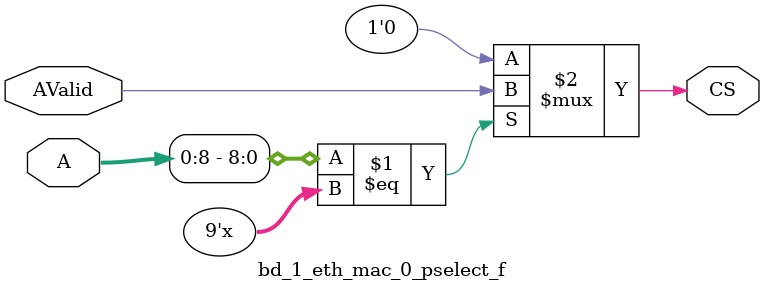
<source format=v>
`timescale 1 ps/1 ps

module bd_1_eth_mac_0_pselect_f ( A, AValid, CS) ;

parameter C_AB  = 9;
parameter C_AW  = 32;
parameter [0:C_AW - 1] C_BAR =  'bz;
parameter C_FAMILY  = "nofamily";
input[0:C_AW-1] A; 
input AValid; 
output CS; 
wire CS;
parameter [0:C_AB-1]BAR = C_BAR[0:C_AB-1];

//----------------------------------------------------------------------------
// Build a behavioral decoder
//----------------------------------------------------------------------------
generate
if (C_AB > 0) begin : XST_WA
assign CS = (A[0:C_AB - 1] == BAR[0:C_AB - 1]) ? AValid : 1'b0 ;
end
endgenerate

generate
if (C_AB == 0) begin : PASS_ON_GEN
assign CS = AValid ;
end
endgenerate
endmodule

</source>
